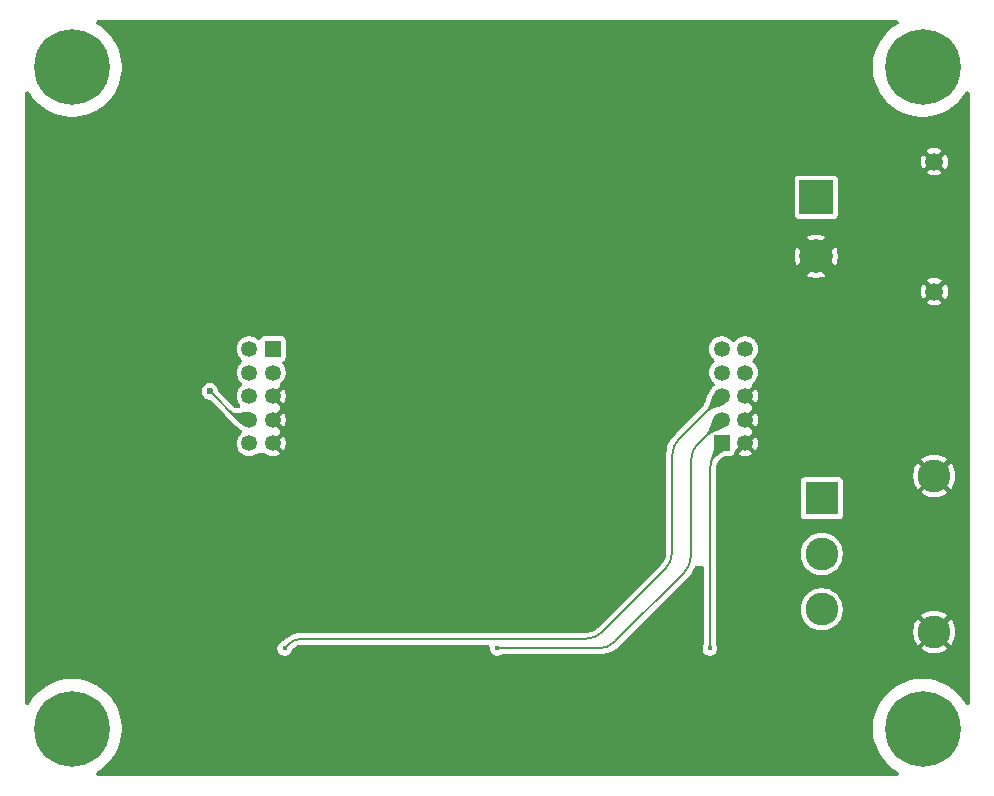
<source format=gbr>
%TF.GenerationSoftware,KiCad,Pcbnew,9.0.6*%
%TF.CreationDate,2026-01-04T20:51:54+00:00*%
%TF.ProjectId,COMET1_PWR_Board,434f4d45-5431-45f5-9057-525f426f6172,rev?*%
%TF.SameCoordinates,Original*%
%TF.FileFunction,Copper,L2,Bot*%
%TF.FilePolarity,Positive*%
%FSLAX46Y46*%
G04 Gerber Fmt 4.6, Leading zero omitted, Abs format (unit mm)*
G04 Created by KiCad (PCBNEW 9.0.6) date 2026-01-04 20:51:54*
%MOMM*%
%LPD*%
G01*
G04 APERTURE LIST*
%TA.AperFunction,ComponentPad*%
%ADD10C,1.350000*%
%TD*%
%TA.AperFunction,ComponentPad*%
%ADD11R,1.350000X1.350000*%
%TD*%
%TA.AperFunction,ComponentPad*%
%ADD12C,0.800000*%
%TD*%
%TA.AperFunction,ComponentPad*%
%ADD13C,6.400000*%
%TD*%
%TA.AperFunction,ComponentPad*%
%ADD14C,2.775000*%
%TD*%
%TA.AperFunction,ComponentPad*%
%ADD15R,2.775000X2.775000*%
%TD*%
%TA.AperFunction,ComponentPad*%
%ADD16C,1.500000*%
%TD*%
%TA.AperFunction,ComponentPad*%
%ADD17C,2.850000*%
%TD*%
%TA.AperFunction,ComponentPad*%
%ADD18R,2.850000X2.850000*%
%TD*%
%TA.AperFunction,ViaPad*%
%ADD19C,0.600000*%
%TD*%
%TA.AperFunction,ViaPad*%
%ADD20C,0.450000*%
%TD*%
%TA.AperFunction,Conductor*%
%ADD21C,0.200000*%
%TD*%
G04 APERTURE END LIST*
D10*
%TO.P,J6,10,10*%
%TO.N,+3V3*%
X168500000Y-100850000D03*
%TO.P,J6,9,9*%
X166500000Y-100850000D03*
%TO.P,J6,8,8*%
X168500000Y-102850000D03*
%TO.P,J6,7,7*%
%TO.N,/Power Board Schematic/VBAT_sense*%
X166500000Y-102850000D03*
%TO.P,J6,6,6*%
%TO.N,GND*%
X168500000Y-104850000D03*
%TO.P,J6,5,5*%
%TO.N,/Power Board Schematic/Servo1_PWM*%
X166500000Y-104850000D03*
%TO.P,J6,4,4*%
%TO.N,GND*%
X168500000Y-106850000D03*
%TO.P,J6,3,3*%
%TO.N,/Power Board Schematic/Servo2_PWM*%
X166500000Y-106850000D03*
%TO.P,J6,2,2*%
%TO.N,GND*%
X168500000Y-108850000D03*
D11*
%TO.P,J6,1,1*%
%TO.N,/Power Board Schematic/Servo3_PWM*%
X166500000Y-108850000D03*
%TD*%
D12*
%TO.P,MH3,1,1*%
%TO.N,unconnected-(MH3-Pad1)_2*%
X185900000Y-77000000D03*
%TO.N,unconnected-(MH3-Pad1)*%
X185197056Y-78697056D03*
%TO.N,unconnected-(MH3-Pad1)_6*%
X185197056Y-75302944D03*
%TO.N,unconnected-(MH3-Pad1)_4*%
X183500000Y-79400000D03*
D13*
%TO.N,unconnected-(MH3-Pad1)_1*%
X183500000Y-77000000D03*
D12*
%TO.N,unconnected-(MH3-Pad1)_5*%
X183500000Y-74600000D03*
%TO.N,unconnected-(MH3-Pad1)_3*%
X181802944Y-78697056D03*
%TO.N,unconnected-(MH3-Pad1)_8*%
X181802944Y-75302944D03*
%TO.N,unconnected-(MH3-Pad1)_7*%
X181100000Y-77000000D03*
%TD*%
D14*
%TO.P,S1,MH2,MH2*%
%TO.N,GND*%
X184499000Y-124805500D03*
%TO.P,S1,MH1,MH1*%
X184499000Y-111595500D03*
%TO.P,S1,3,NO*%
%TO.N,/Power Board Schematic/BAT_CONN_OUT*%
X174969000Y-122900500D03*
%TO.P,S1,2,COM*%
%TO.N,/Power Board Schematic/BAT_CONN_IN*%
X174969000Y-118200500D03*
D15*
%TO.P,S1,1,NC*%
%TO.N,unconnected-(S1-NC-Pad1)*%
X174969000Y-113500500D03*
%TD*%
D12*
%TO.P,MH2,1,1*%
%TO.N,unconnected-(MH2-Pad1)_2*%
X113900000Y-133000000D03*
%TO.N,unconnected-(MH2-Pad1)_5*%
X113197056Y-134697056D03*
%TO.N,unconnected-(MH2-Pad1)*%
X113197056Y-131302944D03*
%TO.N,unconnected-(MH2-Pad1)_8*%
X111500000Y-135400000D03*
D13*
%TO.N,unconnected-(MH2-Pad1)_6*%
X111500000Y-133000000D03*
D12*
%TO.N,unconnected-(MH2-Pad1)_3*%
X111500000Y-130600000D03*
%TO.N,unconnected-(MH2-Pad1)_1*%
X109802944Y-134697056D03*
%TO.N,unconnected-(MH2-Pad1)_4*%
X109802944Y-131302944D03*
%TO.N,unconnected-(MH2-Pad1)_7*%
X109100000Y-133000000D03*
%TD*%
D16*
%TO.P,J1,4,MH_2*%
%TO.N,GND*%
X184500000Y-96000000D03*
%TO.P,J1,3,MH_1*%
X184500000Y-85000000D03*
D17*
%TO.P,J1,2,2*%
X174500000Y-93000000D03*
D18*
%TO.P,J1,1,1*%
%TO.N,/Power Board Schematic/BAT_CONN_IN*%
X174500000Y-88000000D03*
%TD*%
D12*
%TO.P,MH4,1,1*%
%TO.N,unconnected-(MH4-Pad1)_7*%
X185900000Y-133000000D03*
%TO.N,unconnected-(MH4-Pad1)_3*%
X185197056Y-134697056D03*
%TO.N,unconnected-(MH4-Pad1)_2*%
X185197056Y-131302944D03*
%TO.N,unconnected-(MH4-Pad1)*%
X183500000Y-135400000D03*
D13*
%TO.N,unconnected-(MH4-Pad1)_6*%
X183500000Y-133000000D03*
D12*
%TO.N,unconnected-(MH4-Pad1)_8*%
X183500000Y-130600000D03*
%TO.N,unconnected-(MH4-Pad1)_1*%
X181802944Y-134697056D03*
%TO.N,unconnected-(MH4-Pad1)_4*%
X181802944Y-131302944D03*
%TO.N,unconnected-(MH4-Pad1)_5*%
X181100000Y-133000000D03*
%TD*%
D10*
%TO.P,J7,10,10*%
%TO.N,/Power Board Schematic/PYRO_IN*%
X126500000Y-108850000D03*
%TO.P,J7,9,9*%
%TO.N,GND*%
X128500000Y-108850000D03*
%TO.P,J7,8,8*%
%TO.N,/Power Board Schematic/PYRO_ST1*%
X126500000Y-106850000D03*
%TO.P,J7,7,7*%
%TO.N,GND*%
X128500000Y-106850000D03*
%TO.P,J7,6,6*%
%TO.N,/Power Board Schematic/PYRO_ST2*%
X126500000Y-104850000D03*
%TO.P,J7,5,5*%
%TO.N,GND*%
X128500000Y-104850000D03*
%TO.P,J7,4,4*%
%TO.N,+3V3*%
X126500000Y-102850000D03*
%TO.P,J7,3,3*%
X128500000Y-102850000D03*
%TO.P,J7,2,2*%
X126500000Y-100850000D03*
D11*
%TO.P,J7,1,1*%
X128500000Y-100850000D03*
%TD*%
D12*
%TO.P,MH1,1,1*%
%TO.N,unconnected-(MH1-Pad1)_6*%
X113900000Y-77000000D03*
%TO.N,unconnected-(MH1-Pad1)_2*%
X113197056Y-78697056D03*
%TO.N,unconnected-(MH1-Pad1)*%
X113197056Y-75302944D03*
%TO.N,unconnected-(MH1-Pad1)_3*%
X111500000Y-79400000D03*
D13*
%TO.N,unconnected-(MH1-Pad1)_7*%
X111500000Y-77000000D03*
D12*
%TO.N,unconnected-(MH1-Pad1)_1*%
X111500000Y-74600000D03*
%TO.N,unconnected-(MH1-Pad1)_5*%
X109802944Y-78697056D03*
%TO.N,unconnected-(MH1-Pad1)_8*%
X109802944Y-75302944D03*
%TO.N,unconnected-(MH1-Pad1)_4*%
X109100000Y-77000000D03*
%TD*%
D19*
%TO.N,GND*%
X142200000Y-116500000D03*
D20*
%TO.N,/Power Board Schematic/Servo3_PWM*%
X165500000Y-126200000D03*
D19*
%TO.N,/Power Board Schematic/PYRO_ST1*%
X123175000Y-104450000D03*
D20*
%TO.N,/Power Board Schematic/Servo2_PWM*%
X147500000Y-126200000D03*
D19*
%TO.N,GND*%
X139900000Y-116500000D03*
X113100000Y-110500000D03*
X130300000Y-115550000D03*
X158700000Y-109500000D03*
X138700000Y-119500000D03*
X159400000Y-115500000D03*
X143400000Y-117500000D03*
X108600000Y-106600000D03*
X169100000Y-128800000D03*
X157000000Y-115500000D03*
X161100000Y-117500000D03*
X148800000Y-116400000D03*
X156900000Y-101000000D03*
X150200000Y-100700000D03*
X132800000Y-117500000D03*
X143400000Y-115500000D03*
X132900000Y-128800000D03*
X141000000Y-113900000D03*
X165100000Y-97800000D03*
X159400000Y-117500000D03*
X157000000Y-97800000D03*
X158200000Y-116500000D03*
X137000000Y-121200000D03*
X144900000Y-121200000D03*
X157000000Y-119500000D03*
X146200000Y-115500000D03*
X157000000Y-121300000D03*
X137000000Y-117500000D03*
X153300000Y-114100000D03*
X159400000Y-119500000D03*
X144900000Y-117500000D03*
X139900000Y-118600000D03*
X152900000Y-117500000D03*
X138700000Y-117500000D03*
X120500000Y-107800000D03*
X137300000Y-114100000D03*
X124200000Y-107800000D03*
X164300000Y-120700000D03*
X155900000Y-118600000D03*
X154700000Y-115500000D03*
X116500000Y-114200000D03*
X132800000Y-115550000D03*
X152900000Y-121300000D03*
X141000000Y-119500000D03*
X147000000Y-76700000D03*
X141000000Y-115500000D03*
X157000000Y-113700000D03*
X138700000Y-115500000D03*
X164300000Y-124800000D03*
X155900000Y-116500000D03*
X165100000Y-100100000D03*
X143400000Y-119500000D03*
X111100000Y-104000000D03*
X154700000Y-119500000D03*
X144900000Y-113900000D03*
X142200000Y-118600000D03*
X162300000Y-122600000D03*
X141000000Y-121200000D03*
D20*
%TO.N,/Power Board Schematic/Servo1_PWM*%
X129500000Y-126200000D03*
D19*
%TO.N,GND*%
X154700000Y-117500000D03*
X158200000Y-118600000D03*
X160600000Y-97800000D03*
X175136904Y-108751750D03*
X151136904Y-84751750D03*
X155136904Y-108751750D03*
X147136904Y-108751750D03*
X155136904Y-92751750D03*
X143136904Y-76751750D03*
X147136904Y-92751750D03*
X147136904Y-132751750D03*
X151136904Y-104751750D03*
X155136904Y-84751750D03*
X131136904Y-84751750D03*
X183136904Y-104751750D03*
X111136904Y-96751750D03*
X171136904Y-80751750D03*
X183136904Y-100751750D03*
X175136904Y-132751750D03*
X171136904Y-128751750D03*
X147136904Y-80751750D03*
X171136904Y-92751750D03*
X151136904Y-76751750D03*
X131136904Y-100751750D03*
X135136904Y-128751750D03*
X131136904Y-76751750D03*
X131136904Y-80751750D03*
X115136904Y-100751750D03*
X155136904Y-88751750D03*
X111136904Y-100751750D03*
X163136904Y-104751750D03*
X115136904Y-96751750D03*
X159136904Y-132751750D03*
X115136904Y-124751750D03*
X135136904Y-80751750D03*
X167136904Y-132751750D03*
X143136904Y-84751750D03*
X115136904Y-92751750D03*
X159136904Y-128751750D03*
X139136904Y-84751750D03*
X159136904Y-84751750D03*
X143136904Y-80751750D03*
X183136904Y-116751750D03*
X143136904Y-108751750D03*
X171136904Y-84751750D03*
X151136904Y-108751750D03*
X179136904Y-80751750D03*
X175136904Y-128751750D03*
X183136904Y-88751750D03*
X155136904Y-80751750D03*
X143136904Y-104751750D03*
X131136904Y-132751750D03*
X119136904Y-100751750D03*
X143136904Y-128751750D03*
X119136904Y-88751750D03*
X135136904Y-100751750D03*
X111136904Y-124751750D03*
X143136904Y-88751750D03*
X119136904Y-96751750D03*
X171136904Y-104751750D03*
X167136904Y-84751750D03*
X143136904Y-100751750D03*
X127136904Y-132751750D03*
X119136904Y-76751750D03*
X175136904Y-80751750D03*
X127136904Y-92751750D03*
X159136904Y-76751750D03*
X167136904Y-88751750D03*
X183136904Y-108751750D03*
X151136904Y-128751750D03*
X139136904Y-92751750D03*
X183136904Y-92751750D03*
X127136904Y-120751750D03*
X159136904Y-88751750D03*
X123136904Y-116751750D03*
X123136904Y-100751750D03*
X167136904Y-124751750D03*
X155136904Y-76751750D03*
X135136904Y-108751750D03*
X131136904Y-88751750D03*
X131136904Y-108751750D03*
X135136904Y-76751750D03*
X139136904Y-100751750D03*
X127136904Y-116751750D03*
X123136904Y-92751750D03*
X163136904Y-84751750D03*
X119136904Y-132751750D03*
X155136904Y-128751750D03*
X119136904Y-124751750D03*
X111136904Y-84751750D03*
X127136904Y-76751750D03*
X115136904Y-84751750D03*
X111136904Y-92751750D03*
X151136904Y-80751750D03*
X123136904Y-80751750D03*
X123136904Y-120751750D03*
X115136904Y-88751750D03*
X127136904Y-88751750D03*
X139136904Y-104751750D03*
X163136904Y-88751750D03*
X111136904Y-88751750D03*
X127136904Y-80751750D03*
X155136904Y-132751750D03*
X123136904Y-124751750D03*
X127136904Y-84751750D03*
X175136904Y-104751750D03*
X135136904Y-104751750D03*
X163136904Y-80751750D03*
X123136904Y-84751750D03*
X135136904Y-92751750D03*
X151136904Y-88751750D03*
X135136904Y-88751750D03*
X135136904Y-84751750D03*
X167136904Y-92751750D03*
X147136904Y-100751750D03*
X159136904Y-92751750D03*
X131136904Y-104751750D03*
X123136904Y-128751750D03*
X139136904Y-132751750D03*
X175136904Y-100751750D03*
X167136904Y-76751750D03*
X139136904Y-76751750D03*
X171136904Y-108751750D03*
X139136904Y-128751750D03*
X183136904Y-120751750D03*
X163136904Y-132751750D03*
X167136904Y-80751750D03*
X123136904Y-76751750D03*
X115136904Y-120751750D03*
X175136904Y-84751750D03*
X147136904Y-88751750D03*
X139136904Y-88751750D03*
X163136904Y-92751750D03*
X119136904Y-80751750D03*
X175136904Y-76751750D03*
X123136904Y-96751750D03*
X147136904Y-104751750D03*
X123136904Y-88751750D03*
X131136904Y-92751750D03*
X147136904Y-84751750D03*
X179136904Y-128751750D03*
X179136904Y-84751750D03*
X159136904Y-80751750D03*
X171136904Y-88751750D03*
X119136904Y-128751750D03*
X171136904Y-76751750D03*
X139136904Y-80751750D03*
X119136904Y-92751750D03*
X143136904Y-92751750D03*
X119136904Y-84751750D03*
X115136904Y-80751750D03*
X175136904Y-96751750D03*
X179136904Y-124751750D03*
X163136904Y-76751750D03*
X123136904Y-132751750D03*
X139136904Y-108751750D03*
%TD*%
D21*
%TO.N,/Power Board Schematic/Servo2_PWM*%
X163900000Y-118371573D02*
X163900000Y-110278427D01*
X164485787Y-108864213D02*
X166500000Y-106850000D01*
%TO.N,/Power Board Schematic/PYRO_ST1*%
X125975000Y-106850000D02*
X126500000Y-106850000D01*
%TO.N,/Power Board Schematic/Servo2_PWM*%
X147500000Y-126200000D02*
X156071573Y-126200000D01*
%TO.N,/Power Board Schematic/PYRO_ST1*%
X125575000Y-106850000D02*
X126500000Y-106850000D01*
%TO.N,/Power Board Schematic/Servo3_PWM*%
X165500000Y-111264154D02*
X165500000Y-126200000D01*
%TO.N,/Power Board Schematic/Servo2_PWM*%
X157485787Y-125614213D02*
X163314214Y-119785786D01*
%TO.N,/Power Board Schematic/PYRO_ST1*%
X123175000Y-104450000D02*
X125575000Y-106850000D01*
%TO.N,/Power Board Schematic/Servo1_PWM*%
X162885787Y-108464213D02*
G75*
G03*
X162300019Y-109878427I1414213J-1414187D01*
G01*
%TO.N,/Power Board Schematic/Servo3_PWM*%
X166500000Y-108850000D02*
G75*
G03*
X165499976Y-111264154I2414100J-2414200D01*
G01*
%TO.N,/Power Board Schematic/Servo2_PWM*%
X164485787Y-108864213D02*
G75*
G03*
X163900019Y-110278427I1414213J-1414187D01*
G01*
X163314214Y-119785786D02*
G75*
G03*
X163899981Y-118371573I-1414214J1414186D01*
G01*
X156071573Y-126200000D02*
G75*
G03*
X157485801Y-125614227I27J2000000D01*
G01*
%TO.N,/Power Board Schematic/Servo1_PWM*%
X161714214Y-119485786D02*
G75*
G03*
X162299981Y-118071573I-1414214J1414186D01*
G01*
X154971573Y-125400000D02*
G75*
G03*
X156385801Y-124814227I27J2000000D01*
G01*
X129900000Y-125800000D02*
G75*
G02*
X130865685Y-125399994I965700J-965700D01*
G01*
X162300000Y-118071573D02*
X162300000Y-109878427D01*
X130865685Y-125400000D02*
X154971573Y-125400000D01*
X129500000Y-126200000D02*
X129900000Y-125800000D01*
X156385787Y-124814213D02*
X161714214Y-119485786D01*
X162885787Y-108464213D02*
X166500000Y-104850000D01*
%TD*%
%TA.AperFunction,Conductor*%
%TO.N,GND*%
G36*
X181363676Y-73020207D02*
G01*
X181432917Y-73075426D01*
X181471344Y-73155218D01*
X181471344Y-73243782D01*
X181432917Y-73323574D01*
X181371143Y-73375000D01*
X181337907Y-73392766D01*
X181337894Y-73392773D01*
X180994747Y-73622058D01*
X180994738Y-73622064D01*
X180675717Y-73883878D01*
X180675698Y-73883895D01*
X180383895Y-74175698D01*
X180383878Y-74175717D01*
X180122064Y-74494738D01*
X180122058Y-74494747D01*
X179892770Y-74837898D01*
X179698212Y-75201889D01*
X179540279Y-75583173D01*
X179540272Y-75583191D01*
X179420473Y-75978118D01*
X179420468Y-75978140D01*
X179339953Y-76382912D01*
X179299500Y-76793638D01*
X179299500Y-77206361D01*
X179339953Y-77617087D01*
X179420468Y-78021859D01*
X179420473Y-78021881D01*
X179540272Y-78416808D01*
X179540279Y-78416826D01*
X179698212Y-78798110D01*
X179892770Y-79162101D01*
X180045972Y-79391383D01*
X180122058Y-79505253D01*
X180122061Y-79505257D01*
X180122064Y-79505261D01*
X180296606Y-79717941D01*
X180383881Y-79824286D01*
X180383886Y-79824291D01*
X180383895Y-79824301D01*
X180675698Y-80116104D01*
X180675707Y-80116112D01*
X180675714Y-80116119D01*
X180994747Y-80377942D01*
X181165163Y-80491810D01*
X181337898Y-80607229D01*
X181337905Y-80607233D01*
X181337907Y-80607234D01*
X181701889Y-80801787D01*
X182083187Y-80959726D01*
X182478131Y-81079530D01*
X182882915Y-81160047D01*
X183293643Y-81200500D01*
X183293645Y-81200500D01*
X183706355Y-81200500D01*
X183706357Y-81200500D01*
X184117085Y-81160047D01*
X184521869Y-81079530D01*
X184916813Y-80959726D01*
X185298111Y-80801787D01*
X185662093Y-80607234D01*
X185662098Y-80607230D01*
X185662101Y-80607229D01*
X185720967Y-80567895D01*
X186005253Y-80377942D01*
X186324286Y-80116119D01*
X186616119Y-79824286D01*
X186877942Y-79505253D01*
X187107234Y-79162093D01*
X187124999Y-79128856D01*
X187183079Y-79062001D01*
X187264417Y-79026965D01*
X187352902Y-79030689D01*
X187431008Y-79072438D01*
X187483266Y-79143940D01*
X187499500Y-79222666D01*
X187499500Y-130777333D01*
X187479793Y-130863676D01*
X187424574Y-130932917D01*
X187344782Y-130971344D01*
X187256218Y-130971344D01*
X187176426Y-130932917D01*
X187124999Y-130871143D01*
X187107234Y-130837907D01*
X187107228Y-130837898D01*
X187107226Y-130837894D01*
X187013909Y-130698236D01*
X186877942Y-130494747D01*
X186616119Y-130175714D01*
X186616112Y-130175707D01*
X186616104Y-130175698D01*
X186324301Y-129883895D01*
X186324291Y-129883886D01*
X186324286Y-129883881D01*
X186217941Y-129796606D01*
X186005261Y-129622064D01*
X186005257Y-129622061D01*
X186005253Y-129622058D01*
X185891383Y-129545972D01*
X185662101Y-129392770D01*
X185298110Y-129198212D01*
X184916826Y-129040279D01*
X184916808Y-129040272D01*
X184521881Y-128920473D01*
X184521872Y-128920471D01*
X184521869Y-128920470D01*
X184521859Y-128920468D01*
X184117087Y-128839953D01*
X183706361Y-128799500D01*
X183706357Y-128799500D01*
X183293643Y-128799500D01*
X183293638Y-128799500D01*
X182882912Y-128839953D01*
X182478140Y-128920468D01*
X182478118Y-128920473D01*
X182083191Y-129040272D01*
X182083173Y-129040279D01*
X181701889Y-129198212D01*
X181337898Y-129392770D01*
X180994747Y-129622058D01*
X180994738Y-129622064D01*
X180675717Y-129883878D01*
X180675698Y-129883895D01*
X180383895Y-130175698D01*
X180383878Y-130175717D01*
X180122064Y-130494738D01*
X180122058Y-130494747D01*
X179892770Y-130837898D01*
X179698212Y-131201889D01*
X179540279Y-131583173D01*
X179540272Y-131583191D01*
X179420473Y-131978118D01*
X179420468Y-131978140D01*
X179339953Y-132382912D01*
X179299500Y-132793638D01*
X179299500Y-133206361D01*
X179339953Y-133617087D01*
X179420468Y-134021859D01*
X179420473Y-134021881D01*
X179540272Y-134416808D01*
X179540279Y-134416826D01*
X179698212Y-134798110D01*
X179892770Y-135162101D01*
X180045972Y-135391383D01*
X180122058Y-135505253D01*
X180122061Y-135505257D01*
X180122064Y-135505261D01*
X180129323Y-135514106D01*
X180383881Y-135824286D01*
X180383886Y-135824291D01*
X180383895Y-135824301D01*
X180675698Y-136116104D01*
X180675707Y-136116112D01*
X180675714Y-136116119D01*
X180849509Y-136258749D01*
X180943970Y-136336271D01*
X180994747Y-136377942D01*
X181198236Y-136513909D01*
X181337894Y-136607226D01*
X181337899Y-136607228D01*
X181337907Y-136607234D01*
X181371143Y-136624999D01*
X181438000Y-136683081D01*
X181473035Y-136764420D01*
X181469309Y-136852905D01*
X181427560Y-136931010D01*
X181356056Y-136983267D01*
X181277333Y-136999500D01*
X113722667Y-136999500D01*
X113636324Y-136979793D01*
X113567083Y-136924574D01*
X113528656Y-136844782D01*
X113528656Y-136756218D01*
X113567083Y-136676426D01*
X113628856Y-136624999D01*
X113662093Y-136607234D01*
X114005253Y-136377942D01*
X114324286Y-136116119D01*
X114616119Y-135824286D01*
X114877942Y-135505253D01*
X115107234Y-135162093D01*
X115301787Y-134798111D01*
X115459726Y-134416813D01*
X115579530Y-134021869D01*
X115660047Y-133617085D01*
X115700500Y-133206357D01*
X115700500Y-132793643D01*
X115660047Y-132382915D01*
X115579530Y-131978131D01*
X115459726Y-131583187D01*
X115301787Y-131201889D01*
X115107234Y-130837907D01*
X115107233Y-130837905D01*
X115107229Y-130837898D01*
X114991810Y-130665163D01*
X114877942Y-130494747D01*
X114616119Y-130175714D01*
X114616112Y-130175707D01*
X114616104Y-130175698D01*
X114324301Y-129883895D01*
X114324291Y-129883886D01*
X114324286Y-129883881D01*
X114217941Y-129796606D01*
X114005261Y-129622064D01*
X114005257Y-129622061D01*
X114005253Y-129622058D01*
X113891383Y-129545972D01*
X113662101Y-129392770D01*
X113298110Y-129198212D01*
X112916826Y-129040279D01*
X112916808Y-129040272D01*
X112521881Y-128920473D01*
X112521872Y-128920471D01*
X112521869Y-128920470D01*
X112521859Y-128920468D01*
X112117087Y-128839953D01*
X111706361Y-128799500D01*
X111706357Y-128799500D01*
X111293643Y-128799500D01*
X111293638Y-128799500D01*
X110882912Y-128839953D01*
X110478140Y-128920468D01*
X110478118Y-128920473D01*
X110083191Y-129040272D01*
X110083173Y-129040279D01*
X109701889Y-129198212D01*
X109337898Y-129392770D01*
X108994747Y-129622058D01*
X108994738Y-129622064D01*
X108675717Y-129883878D01*
X108675698Y-129883895D01*
X108383895Y-130175698D01*
X108383878Y-130175717D01*
X108122064Y-130494738D01*
X108122058Y-130494747D01*
X107892773Y-130837894D01*
X107892766Y-130837906D01*
X107892766Y-130837907D01*
X107875000Y-130871143D01*
X107816919Y-130938000D01*
X107735580Y-130973035D01*
X107647095Y-130969309D01*
X107568990Y-130927560D01*
X107516733Y-130856056D01*
X107500500Y-130777333D01*
X107500500Y-126138390D01*
X128874500Y-126138390D01*
X128874500Y-126261609D01*
X128898536Y-126382449D01*
X128898537Y-126382451D01*
X128945687Y-126496282D01*
X128945689Y-126496287D01*
X128957387Y-126513794D01*
X129014142Y-126598733D01*
X129101267Y-126685858D01*
X129126105Y-126702454D01*
X129203712Y-126754310D01*
X129203713Y-126754310D01*
X129203714Y-126754311D01*
X129317548Y-126801463D01*
X129365886Y-126811077D01*
X129438391Y-126825500D01*
X129438394Y-126825500D01*
X129561609Y-126825500D01*
X129622029Y-126813481D01*
X129682452Y-126801463D01*
X129796286Y-126754311D01*
X129898733Y-126685858D01*
X129985858Y-126598733D01*
X130054311Y-126496286D01*
X130101463Y-126382452D01*
X130108581Y-126346662D01*
X130114344Y-126333782D01*
X130115925Y-126319757D01*
X130132232Y-126293804D01*
X130144751Y-126265826D01*
X130163044Y-126244769D01*
X130204652Y-126203162D01*
X130248382Y-126159432D01*
X130259841Y-126148838D01*
X130345236Y-126075904D01*
X130370495Y-126057553D01*
X130381441Y-126050844D01*
X130459560Y-126002973D01*
X130487353Y-125988811D01*
X130583873Y-125948830D01*
X130613544Y-125939189D01*
X130715131Y-125914799D01*
X130745938Y-125909919D01*
X130857836Y-125901112D01*
X130873428Y-125900500D01*
X146679337Y-125900500D01*
X146765680Y-125920207D01*
X146834921Y-125975426D01*
X146873348Y-126055218D01*
X146874377Y-126128554D01*
X146875458Y-126128661D01*
X146874514Y-126138247D01*
X146874515Y-126138313D01*
X146874500Y-126138386D01*
X146874500Y-126261609D01*
X146898536Y-126382449D01*
X146898537Y-126382451D01*
X146945687Y-126496282D01*
X146945689Y-126496287D01*
X146957387Y-126513794D01*
X147014142Y-126598733D01*
X147101267Y-126685858D01*
X147126105Y-126702454D01*
X147203712Y-126754310D01*
X147203713Y-126754310D01*
X147203714Y-126754311D01*
X147317548Y-126801463D01*
X147365886Y-126811077D01*
X147438391Y-126825500D01*
X147438394Y-126825500D01*
X147561609Y-126825500D01*
X147622029Y-126813481D01*
X147682452Y-126801463D01*
X147796286Y-126754311D01*
X147826627Y-126734038D01*
X147909367Y-126702454D01*
X147937186Y-126700500D01*
X156151010Y-126700500D01*
X156151289Y-126700480D01*
X156211991Y-126700482D01*
X156491075Y-126669040D01*
X156491082Y-126669038D01*
X156491086Y-126669038D01*
X156764877Y-126606551D01*
X156764881Y-126606549D01*
X156764884Y-126606549D01*
X157029974Y-126513793D01*
X157283012Y-126391940D01*
X157520815Y-126242522D01*
X157740394Y-126067417D01*
X157793096Y-126014715D01*
X157793101Y-126014713D01*
X157839691Y-125968123D01*
X157886284Y-125921531D01*
X157886284Y-125921530D01*
X157902660Y-125905155D01*
X157902667Y-125905145D01*
X163606374Y-120201439D01*
X163609887Y-120197929D01*
X163609956Y-120197885D01*
X163668137Y-120139702D01*
X163668138Y-120139703D01*
X163767433Y-120040406D01*
X163942539Y-119820826D01*
X164091958Y-119583020D01*
X164213812Y-119329981D01*
X164213814Y-119329974D01*
X164215946Y-119324828D01*
X164217550Y-119325492D01*
X164259773Y-119258291D01*
X164334759Y-119211170D01*
X164400492Y-119200000D01*
X164800500Y-119200000D01*
X164886843Y-119219707D01*
X164956084Y-119274926D01*
X164994511Y-119354718D01*
X164999500Y-119399000D01*
X164999500Y-125762813D01*
X164979793Y-125849156D01*
X164965963Y-125873370D01*
X164945692Y-125903708D01*
X164945688Y-125903715D01*
X164898537Y-126017548D01*
X164898536Y-126017550D01*
X164874500Y-126138390D01*
X164874500Y-126261609D01*
X164898536Y-126382449D01*
X164898537Y-126382451D01*
X164945687Y-126496282D01*
X164945689Y-126496287D01*
X164957387Y-126513794D01*
X165014142Y-126598733D01*
X165101267Y-126685858D01*
X165126105Y-126702454D01*
X165203712Y-126754310D01*
X165203713Y-126754310D01*
X165203714Y-126754311D01*
X165317548Y-126801463D01*
X165365886Y-126811077D01*
X165438391Y-126825500D01*
X165438394Y-126825500D01*
X165561609Y-126825500D01*
X165622029Y-126813481D01*
X165682452Y-126801463D01*
X165796286Y-126754311D01*
X165898733Y-126685858D01*
X165985858Y-126598733D01*
X166054311Y-126496286D01*
X166101463Y-126382452D01*
X166113933Y-126319757D01*
X166125500Y-126261609D01*
X166125500Y-126160106D01*
X166125500Y-126138394D01*
X166101463Y-126017548D01*
X166054311Y-125903714D01*
X166019678Y-125851882D01*
X166011284Y-125827433D01*
X166009258Y-125808457D01*
X166002454Y-125790630D01*
X166000500Y-125762813D01*
X166000500Y-122783303D01*
X173181000Y-122783303D01*
X173181000Y-123017696D01*
X173211593Y-123250064D01*
X173211594Y-123250072D01*
X173260687Y-123433288D01*
X173272257Y-123476467D01*
X173361951Y-123693009D01*
X173361952Y-123693010D01*
X173479139Y-123895986D01*
X173621828Y-124081943D01*
X173787556Y-124247671D01*
X173973513Y-124390360D01*
X174064778Y-124443051D01*
X174176491Y-124507549D01*
X174393033Y-124597243D01*
X174619430Y-124657906D01*
X174851804Y-124688499D01*
X174851806Y-124688500D01*
X174851808Y-124688500D01*
X175086194Y-124688500D01*
X175086194Y-124688499D01*
X175087455Y-124688333D01*
X182711500Y-124688333D01*
X182711500Y-124922666D01*
X182742084Y-125154967D01*
X182802730Y-125381303D01*
X182892398Y-125597782D01*
X182892399Y-125597784D01*
X183009557Y-125800709D01*
X183009560Y-125800715D01*
X183101336Y-125920318D01*
X183101337Y-125920319D01*
X183718820Y-125302835D01*
X183780505Y-125395153D01*
X183909347Y-125523995D01*
X184001662Y-125585678D01*
X183384179Y-126203161D01*
X183503785Y-126294939D01*
X183503790Y-126294942D01*
X183706715Y-126412100D01*
X183706717Y-126412101D01*
X183923196Y-126501769D01*
X184149532Y-126562415D01*
X184381833Y-126592999D01*
X184381839Y-126593000D01*
X184616161Y-126593000D01*
X184616166Y-126592999D01*
X184848467Y-126562415D01*
X185074803Y-126501769D01*
X185291282Y-126412101D01*
X185291284Y-126412100D01*
X185494209Y-126294942D01*
X185494216Y-126294938D01*
X185613818Y-126203162D01*
X185613819Y-126203160D01*
X184996337Y-125585678D01*
X185088653Y-125523995D01*
X185217495Y-125395153D01*
X185279178Y-125302837D01*
X185896660Y-125920319D01*
X185896662Y-125920318D01*
X185988438Y-125800716D01*
X185988442Y-125800709D01*
X186105600Y-125597784D01*
X186105601Y-125597782D01*
X186195269Y-125381303D01*
X186255915Y-125154967D01*
X186286499Y-124922666D01*
X186286500Y-124922661D01*
X186286500Y-124688338D01*
X186286499Y-124688333D01*
X186255915Y-124456032D01*
X186195269Y-124229696D01*
X186105601Y-124013217D01*
X186105600Y-124013215D01*
X185988442Y-123810290D01*
X185988439Y-123810285D01*
X185896661Y-123690680D01*
X185896661Y-123690679D01*
X185279178Y-124308162D01*
X185217495Y-124215847D01*
X185088653Y-124087005D01*
X184996336Y-124025320D01*
X185613819Y-123407837D01*
X185613818Y-123407836D01*
X185494215Y-123316060D01*
X185494209Y-123316057D01*
X185291284Y-123198899D01*
X185291282Y-123198898D01*
X185074803Y-123109230D01*
X184848467Y-123048584D01*
X184616166Y-123018000D01*
X184381833Y-123018000D01*
X184149532Y-123048584D01*
X183923196Y-123109230D01*
X183706717Y-123198898D01*
X183706715Y-123198899D01*
X183503792Y-123316055D01*
X183384180Y-123407837D01*
X184001663Y-124025320D01*
X183909347Y-124087005D01*
X183780505Y-124215847D01*
X183718820Y-124308163D01*
X183101337Y-123690680D01*
X183009555Y-123810292D01*
X182892399Y-124013215D01*
X182892398Y-124013217D01*
X182802730Y-124229696D01*
X182742084Y-124456032D01*
X182711500Y-124688333D01*
X175087455Y-124688333D01*
X175318570Y-124657906D01*
X175544967Y-124597243D01*
X175761509Y-124507549D01*
X175964491Y-124390357D01*
X176150440Y-124247674D01*
X176316174Y-124081940D01*
X176458857Y-123895991D01*
X176576049Y-123693009D01*
X176665743Y-123476467D01*
X176726406Y-123250070D01*
X176757000Y-123017692D01*
X176757000Y-122783308D01*
X176726406Y-122550930D01*
X176665743Y-122324533D01*
X176576049Y-122107991D01*
X176511551Y-121996278D01*
X176458860Y-121905013D01*
X176316171Y-121719056D01*
X176150443Y-121553328D01*
X175964486Y-121410639D01*
X175817365Y-121325699D01*
X175761509Y-121293451D01*
X175544967Y-121203757D01*
X175544965Y-121203756D01*
X175544964Y-121203756D01*
X175318572Y-121143094D01*
X175318564Y-121143093D01*
X175086196Y-121112500D01*
X175086192Y-121112500D01*
X174851808Y-121112500D01*
X174851803Y-121112500D01*
X174619435Y-121143093D01*
X174619427Y-121143094D01*
X174393035Y-121203756D01*
X174176493Y-121293450D01*
X174176489Y-121293452D01*
X173973513Y-121410639D01*
X173787556Y-121553328D01*
X173621828Y-121719056D01*
X173479139Y-121905013D01*
X173361952Y-122107989D01*
X173361950Y-122107993D01*
X173272256Y-122324535D01*
X173211594Y-122550927D01*
X173211593Y-122550935D01*
X173181000Y-122783303D01*
X166000500Y-122783303D01*
X166000500Y-118083303D01*
X173181000Y-118083303D01*
X173181000Y-118317696D01*
X173211593Y-118550064D01*
X173211594Y-118550072D01*
X173271069Y-118772033D01*
X173272257Y-118776467D01*
X173361951Y-118993009D01*
X173361952Y-118993010D01*
X173479139Y-119195986D01*
X173621828Y-119381943D01*
X173787556Y-119547671D01*
X173973513Y-119690360D01*
X174060196Y-119740406D01*
X174176491Y-119807549D01*
X174393033Y-119897243D01*
X174619430Y-119957906D01*
X174851804Y-119988499D01*
X174851806Y-119988500D01*
X174851808Y-119988500D01*
X175086194Y-119988500D01*
X175086194Y-119988499D01*
X175318570Y-119957906D01*
X175544967Y-119897243D01*
X175761509Y-119807549D01*
X175949520Y-119699000D01*
X175964486Y-119690360D01*
X175964486Y-119690359D01*
X175964491Y-119690357D01*
X176150440Y-119547674D01*
X176316174Y-119381940D01*
X176458857Y-119195991D01*
X176576049Y-118993009D01*
X176665743Y-118776467D01*
X176726406Y-118550070D01*
X176757000Y-118317692D01*
X176757000Y-118083308D01*
X176726406Y-117850930D01*
X176665743Y-117624533D01*
X176576049Y-117407991D01*
X176511551Y-117296278D01*
X176458860Y-117205013D01*
X176316171Y-117019056D01*
X176150443Y-116853328D01*
X175964486Y-116710639D01*
X175817365Y-116625699D01*
X175761509Y-116593451D01*
X175544967Y-116503757D01*
X175544965Y-116503756D01*
X175544964Y-116503756D01*
X175318572Y-116443094D01*
X175318564Y-116443093D01*
X175086196Y-116412500D01*
X175086192Y-116412500D01*
X174851808Y-116412500D01*
X174851803Y-116412500D01*
X174619435Y-116443093D01*
X174619427Y-116443094D01*
X174393035Y-116503756D01*
X174176493Y-116593450D01*
X174176489Y-116593452D01*
X173973513Y-116710639D01*
X173787556Y-116853328D01*
X173621828Y-117019056D01*
X173479139Y-117205013D01*
X173361952Y-117407989D01*
X173361950Y-117407993D01*
X173272256Y-117624535D01*
X173211594Y-117850927D01*
X173211593Y-117850935D01*
X173181000Y-118083303D01*
X166000500Y-118083303D01*
X166000500Y-112081481D01*
X173181000Y-112081481D01*
X173181000Y-114919518D01*
X173193823Y-115000480D01*
X173195853Y-115013300D01*
X173195854Y-115013303D01*
X173195854Y-115013305D01*
X173253451Y-115126344D01*
X173343157Y-115216050D01*
X173456192Y-115273644D01*
X173456196Y-115273646D01*
X173549981Y-115288500D01*
X176388018Y-115288499D01*
X176481804Y-115273646D01*
X176594842Y-115216050D01*
X176684550Y-115126342D01*
X176742146Y-115013304D01*
X176757000Y-114919519D01*
X176756999Y-112081482D01*
X176742146Y-111987696D01*
X176684550Y-111874658D01*
X176684549Y-111874657D01*
X176684548Y-111874655D01*
X176594842Y-111784949D01*
X176481807Y-111727355D01*
X176481804Y-111727354D01*
X176481802Y-111727353D01*
X176481800Y-111727353D01*
X176416318Y-111716982D01*
X176388019Y-111712500D01*
X176388018Y-111712500D01*
X173549981Y-111712500D01*
X173456196Y-111727354D01*
X173456194Y-111727354D01*
X173343155Y-111784951D01*
X173253449Y-111874657D01*
X173195855Y-111987692D01*
X173195853Y-111987699D01*
X173181000Y-112081481D01*
X166000500Y-112081481D01*
X166000500Y-111478333D01*
X182711500Y-111478333D01*
X182711500Y-111712666D01*
X182742084Y-111944967D01*
X182802730Y-112171303D01*
X182892398Y-112387782D01*
X182892399Y-112387784D01*
X183009557Y-112590709D01*
X183009560Y-112590715D01*
X183101336Y-112710318D01*
X183101337Y-112710319D01*
X183718820Y-112092835D01*
X183780505Y-112185153D01*
X183909347Y-112313995D01*
X184001662Y-112375678D01*
X183384179Y-112993161D01*
X183503785Y-113084939D01*
X183503790Y-113084942D01*
X183706715Y-113202100D01*
X183706717Y-113202101D01*
X183923196Y-113291769D01*
X184149532Y-113352415D01*
X184381833Y-113382999D01*
X184381839Y-113383000D01*
X184616161Y-113383000D01*
X184616166Y-113382999D01*
X184848467Y-113352415D01*
X185074803Y-113291769D01*
X185291282Y-113202101D01*
X185291284Y-113202100D01*
X185494209Y-113084942D01*
X185494216Y-113084938D01*
X185613818Y-112993162D01*
X185613819Y-112993160D01*
X184996337Y-112375678D01*
X185088653Y-112313995D01*
X185217495Y-112185153D01*
X185279178Y-112092837D01*
X185896660Y-112710319D01*
X185896662Y-112710318D01*
X185988438Y-112590716D01*
X185988442Y-112590709D01*
X186105600Y-112387784D01*
X186105601Y-112387782D01*
X186195269Y-112171303D01*
X186255915Y-111944967D01*
X186286499Y-111712666D01*
X186286500Y-111712661D01*
X186286500Y-111478338D01*
X186286499Y-111478333D01*
X186255915Y-111246032D01*
X186195269Y-111019696D01*
X186105601Y-110803217D01*
X186105600Y-110803215D01*
X185988442Y-110600290D01*
X185988439Y-110600285D01*
X185896661Y-110480680D01*
X185896661Y-110480679D01*
X185279178Y-111098162D01*
X185217495Y-111005847D01*
X185088653Y-110877005D01*
X184996336Y-110815320D01*
X185613819Y-110197837D01*
X185613818Y-110197836D01*
X185494215Y-110106060D01*
X185494209Y-110106057D01*
X185291284Y-109988899D01*
X185291282Y-109988898D01*
X185074803Y-109899230D01*
X184848467Y-109838584D01*
X184616166Y-109808000D01*
X184381833Y-109808000D01*
X184149532Y-109838584D01*
X183923196Y-109899230D01*
X183706717Y-109988898D01*
X183706715Y-109988899D01*
X183503792Y-110106055D01*
X183384180Y-110197837D01*
X184001663Y-110815320D01*
X183909347Y-110877005D01*
X183780505Y-111005847D01*
X183718820Y-111098163D01*
X183101337Y-110480680D01*
X183009555Y-110600292D01*
X182892399Y-110803215D01*
X182892398Y-110803217D01*
X182802730Y-111019696D01*
X182742084Y-111246032D01*
X182711500Y-111478333D01*
X166000500Y-111478333D01*
X166000500Y-111269044D01*
X166000740Y-111259277D01*
X166003738Y-111198262D01*
X166014054Y-110988325D01*
X166015964Y-110968931D01*
X166055060Y-110705394D01*
X166058869Y-110686255D01*
X166067333Y-110652465D01*
X166083937Y-110608771D01*
X166134589Y-110511695D01*
X166148614Y-110488747D01*
X166284488Y-110296929D01*
X166295744Y-110282498D01*
X166370638Y-110195101D01*
X166379776Y-110185147D01*
X166463590Y-110099854D01*
X166474513Y-110089552D01*
X166540866Y-110031566D01*
X166554721Y-110020510D01*
X166612297Y-109978630D01*
X166629950Y-109967167D01*
X166653506Y-109953588D01*
X166725414Y-109928900D01*
X166729730Y-109928298D01*
X166736141Y-109927405D01*
X166763615Y-109925499D01*
X167206518Y-109925499D01*
X167300304Y-109910646D01*
X167413342Y-109853050D01*
X167503050Y-109763342D01*
X167560646Y-109650304D01*
X167575500Y-109556519D01*
X167575500Y-109544486D01*
X167583281Y-109519284D01*
X167593106Y-109502275D01*
X167601711Y-109474756D01*
X167632953Y-109434203D01*
X168072804Y-108994352D01*
X168080667Y-109023694D01*
X168139910Y-109126306D01*
X168223694Y-109210090D01*
X168326306Y-109269333D01*
X168355646Y-109277194D01*
X167949017Y-109683823D01*
X167925153Y-109761121D01*
X167936582Y-109769425D01*
X168087336Y-109846238D01*
X168087343Y-109846241D01*
X168248266Y-109898528D01*
X168248277Y-109898531D01*
X168415396Y-109925000D01*
X168584604Y-109925000D01*
X168751722Y-109898531D01*
X168751733Y-109898528D01*
X168912656Y-109846241D01*
X168912657Y-109846240D01*
X169063424Y-109769420D01*
X169105793Y-109738637D01*
X169105793Y-109738636D01*
X168644353Y-109277194D01*
X168673694Y-109269333D01*
X168776306Y-109210090D01*
X168860090Y-109126306D01*
X168919333Y-109023694D01*
X168927195Y-108994352D01*
X169388636Y-109455793D01*
X169388637Y-109455793D01*
X169419420Y-109413424D01*
X169496240Y-109262657D01*
X169496241Y-109262656D01*
X169548528Y-109101733D01*
X169548531Y-109101722D01*
X169575000Y-108934603D01*
X169575000Y-108765396D01*
X169548531Y-108598277D01*
X169548528Y-108598266D01*
X169496241Y-108437343D01*
X169496238Y-108437336D01*
X169419425Y-108286582D01*
X169388636Y-108244205D01*
X168927194Y-108705646D01*
X168919333Y-108676306D01*
X168860090Y-108573694D01*
X168776306Y-108489910D01*
X168673694Y-108430667D01*
X168644352Y-108422804D01*
X169105794Y-107961362D01*
X169099908Y-107886583D01*
X169092275Y-107858919D01*
X169099429Y-107819504D01*
X169105793Y-107738636D01*
X168644352Y-107277195D01*
X168673694Y-107269333D01*
X168776306Y-107210090D01*
X168860090Y-107126306D01*
X168919333Y-107023694D01*
X168927194Y-106994353D01*
X169388636Y-107455793D01*
X169388637Y-107455793D01*
X169419420Y-107413424D01*
X169496240Y-107262657D01*
X169496241Y-107262656D01*
X169548528Y-107101733D01*
X169548531Y-107101722D01*
X169575000Y-106934603D01*
X169575000Y-106765396D01*
X169548531Y-106598277D01*
X169548528Y-106598266D01*
X169496241Y-106437343D01*
X169496238Y-106437336D01*
X169419425Y-106286582D01*
X169388636Y-106244205D01*
X168927194Y-106705646D01*
X168919333Y-106676306D01*
X168860090Y-106573694D01*
X168776306Y-106489910D01*
X168673694Y-106430667D01*
X168644351Y-106422804D01*
X169105794Y-105961362D01*
X169099908Y-105886583D01*
X169092275Y-105858919D01*
X169099429Y-105819504D01*
X169105793Y-105738636D01*
X168644352Y-105277195D01*
X168673694Y-105269333D01*
X168776306Y-105210090D01*
X168860090Y-105126306D01*
X168919333Y-105023694D01*
X168927194Y-104994353D01*
X169388636Y-105455793D01*
X169388637Y-105455793D01*
X169419420Y-105413424D01*
X169496240Y-105262657D01*
X169496241Y-105262656D01*
X169548528Y-105101733D01*
X169548531Y-105101722D01*
X169575000Y-104934603D01*
X169575000Y-104765396D01*
X169548531Y-104598277D01*
X169548528Y-104598266D01*
X169496241Y-104437343D01*
X169496238Y-104437336D01*
X169419425Y-104286582D01*
X169388636Y-104244205D01*
X168927194Y-104705646D01*
X168919333Y-104676306D01*
X168860090Y-104573694D01*
X168776306Y-104489910D01*
X168673694Y-104430667D01*
X168644351Y-104422804D01*
X169105794Y-103961362D01*
X169099773Y-103884860D01*
X169092703Y-103859248D01*
X169108512Y-103772107D01*
X169160564Y-103700455D01*
X169174535Y-103689313D01*
X169200642Y-103670345D01*
X169320343Y-103550644D01*
X169320346Y-103550641D01*
X169419850Y-103413685D01*
X169496705Y-103262849D01*
X169549018Y-103101847D01*
X169575500Y-102934644D01*
X169575500Y-102765356D01*
X169549018Y-102598153D01*
X169496705Y-102437151D01*
X169496703Y-102437147D01*
X169496702Y-102437144D01*
X169419853Y-102286320D01*
X169419851Y-102286317D01*
X169419850Y-102286315D01*
X169320346Y-102149359D01*
X169320345Y-102149358D01*
X169320343Y-102149355D01*
X169200644Y-102029656D01*
X169194276Y-102025030D01*
X169174959Y-102010995D01*
X169116690Y-101944303D01*
X169093128Y-101858932D01*
X169108940Y-101771791D01*
X169160994Y-101700141D01*
X169174953Y-101689009D01*
X169200641Y-101670346D01*
X169320346Y-101550641D01*
X169419850Y-101413685D01*
X169496705Y-101262849D01*
X169549018Y-101101847D01*
X169575500Y-100934644D01*
X169575500Y-100765356D01*
X169549018Y-100598153D01*
X169496705Y-100437151D01*
X169496703Y-100437147D01*
X169496702Y-100437144D01*
X169419853Y-100286320D01*
X169419851Y-100286317D01*
X169419850Y-100286315D01*
X169320346Y-100149359D01*
X169320345Y-100149358D01*
X169320343Y-100149355D01*
X169200644Y-100029656D01*
X169154989Y-99996486D01*
X169063685Y-99930150D01*
X169063683Y-99930149D01*
X169063679Y-99930146D01*
X168912855Y-99853297D01*
X168912844Y-99853293D01*
X168751849Y-99800982D01*
X168751841Y-99800980D01*
X168584644Y-99774500D01*
X168415356Y-99774500D01*
X168248158Y-99800980D01*
X168248150Y-99800982D01*
X168087155Y-99853293D01*
X168087144Y-99853297D01*
X167936320Y-99930146D01*
X167799355Y-100029656D01*
X167679656Y-100149355D01*
X167660995Y-100175041D01*
X167594300Y-100233310D01*
X167508929Y-100256872D01*
X167421789Y-100241058D01*
X167350139Y-100189002D01*
X167339005Y-100175041D01*
X167320343Y-100149355D01*
X167200644Y-100029656D01*
X167154989Y-99996486D01*
X167063685Y-99930150D01*
X167063683Y-99930149D01*
X167063679Y-99930146D01*
X166912855Y-99853297D01*
X166912844Y-99853293D01*
X166751849Y-99800982D01*
X166751841Y-99800980D01*
X166584644Y-99774500D01*
X166415356Y-99774500D01*
X166248158Y-99800980D01*
X166248150Y-99800982D01*
X166087155Y-99853293D01*
X166087144Y-99853297D01*
X165936320Y-99930146D01*
X165799355Y-100029656D01*
X165679656Y-100149355D01*
X165580146Y-100286320D01*
X165503297Y-100437144D01*
X165503293Y-100437155D01*
X165450982Y-100598150D01*
X165450980Y-100598158D01*
X165424500Y-100765356D01*
X165424500Y-100934643D01*
X165450980Y-101101841D01*
X165450982Y-101101849D01*
X165503293Y-101262844D01*
X165503297Y-101262855D01*
X165580146Y-101413679D01*
X165679656Y-101550644D01*
X165799355Y-101670343D01*
X165825041Y-101689005D01*
X165883310Y-101755700D01*
X165906872Y-101841071D01*
X165891058Y-101928211D01*
X165839002Y-101999861D01*
X165825041Y-102010995D01*
X165799355Y-102029656D01*
X165679656Y-102149355D01*
X165580146Y-102286320D01*
X165503297Y-102437144D01*
X165503293Y-102437155D01*
X165450982Y-102598150D01*
X165450980Y-102598158D01*
X165424500Y-102765356D01*
X165424500Y-102934643D01*
X165450980Y-103101841D01*
X165450982Y-103101849D01*
X165503293Y-103262844D01*
X165503297Y-103262855D01*
X165580146Y-103413679D01*
X165679656Y-103550644D01*
X165799355Y-103670343D01*
X165825041Y-103689005D01*
X165883310Y-103755700D01*
X165906872Y-103841071D01*
X165891058Y-103928211D01*
X165853318Y-103986032D01*
X165840367Y-103999859D01*
X165799359Y-104029654D01*
X165679654Y-104149359D01*
X165609938Y-104245314D01*
X165601786Y-104254599D01*
X165601769Y-104254619D01*
X165589516Y-104268578D01*
X165497937Y-104413567D01*
X165492222Y-104422894D01*
X165491904Y-104423430D01*
X165486282Y-104433197D01*
X165407893Y-104573901D01*
X165399688Y-104589409D01*
X165399242Y-104590298D01*
X165391735Y-104606104D01*
X165273413Y-104869755D01*
X165265704Y-104888128D01*
X165265310Y-104889138D01*
X165258484Y-104907949D01*
X165172377Y-105164792D01*
X165172329Y-105164939D01*
X165171764Y-105166635D01*
X165146660Y-105242623D01*
X165114005Y-105341472D01*
X165106429Y-105360916D01*
X165040154Y-105507750D01*
X165029444Y-105528218D01*
X164993776Y-105587703D01*
X164984983Y-105601112D01*
X164927792Y-105681097D01*
X164918844Y-105692686D01*
X164839160Y-105788387D01*
X164830767Y-105797839D01*
X164719862Y-105915027D01*
X164702425Y-105934691D01*
X164697799Y-105941027D01*
X164677807Y-105964377D01*
X162588655Y-108053529D01*
X162588585Y-108053572D01*
X162432572Y-108209588D01*
X162257465Y-108429168D01*
X162257459Y-108429176D01*
X162151289Y-108598150D01*
X162108042Y-108666979D01*
X162060668Y-108765356D01*
X161986188Y-108920018D01*
X161986183Y-108920030D01*
X161893431Y-109185111D01*
X161893429Y-109185117D01*
X161830941Y-109458911D01*
X161830939Y-109458922D01*
X161799910Y-109734350D01*
X161799498Y-109738008D01*
X161799500Y-109846705D01*
X161799500Y-118005684D01*
X161799499Y-118005688D01*
X161799499Y-118022533D01*
X161799499Y-118032511D01*
X161799499Y-118065069D01*
X161799073Y-118078082D01*
X161787526Y-118254288D01*
X161784129Y-118280094D01*
X161750955Y-118446887D01*
X161744218Y-118472033D01*
X161689557Y-118633063D01*
X161679596Y-118657111D01*
X161604381Y-118809637D01*
X161591366Y-118832180D01*
X161496888Y-118973580D01*
X161481041Y-118994233D01*
X161364799Y-119126783D01*
X161355896Y-119136288D01*
X156036503Y-124455682D01*
X156026998Y-124464585D01*
X155894219Y-124581027D01*
X155873567Y-124596873D01*
X155732173Y-124691348D01*
X155709628Y-124704364D01*
X155557108Y-124779575D01*
X155533060Y-124789536D01*
X155372025Y-124844198D01*
X155346881Y-124850935D01*
X155180092Y-124884109D01*
X155154285Y-124887506D01*
X154977773Y-124899073D01*
X154964763Y-124899499D01*
X154934065Y-124899499D01*
X154905688Y-124899499D01*
X154905684Y-124899499D01*
X154893482Y-124899500D01*
X154893481Y-124899499D01*
X154893479Y-124899500D01*
X130948114Y-124899500D01*
X130948083Y-124899493D01*
X130743360Y-124899494D01*
X130500827Y-124931428D01*
X130264531Y-124994744D01*
X130038521Y-125088362D01*
X129826657Y-125210683D01*
X129632590Y-125359597D01*
X129632584Y-125359603D01*
X129592686Y-125399500D01*
X129592685Y-125399501D01*
X129549664Y-125442522D01*
X129455227Y-125536957D01*
X129427925Y-125554111D01*
X129380238Y-125584074D01*
X129353340Y-125591417D01*
X129317548Y-125598536D01*
X129203717Y-125645687D01*
X129203712Y-125645689D01*
X129101271Y-125714139D01*
X129101263Y-125714145D01*
X129014145Y-125801263D01*
X129014139Y-125801271D01*
X128945689Y-125903712D01*
X128945687Y-125903717D01*
X128898537Y-126017548D01*
X128898536Y-126017550D01*
X128874500Y-126138390D01*
X107500500Y-126138390D01*
X107500500Y-104381007D01*
X122474500Y-104381007D01*
X122474500Y-104518992D01*
X122501419Y-104654325D01*
X122501420Y-104654329D01*
X122554222Y-104781806D01*
X122554225Y-104781811D01*
X122630886Y-104896542D01*
X122728458Y-104994114D01*
X122789446Y-105034865D01*
X122843186Y-105070773D01*
X122843193Y-105070777D01*
X122928177Y-105105978D01*
X122970672Y-105123580D01*
X123106007Y-105150500D01*
X123106008Y-105150500D01*
X123115595Y-105152407D01*
X123115245Y-105154165D01*
X123187545Y-105178325D01*
X123224772Y-105207586D01*
X124421357Y-106404171D01*
X124444215Y-106431549D01*
X124450458Y-106440560D01*
X124450459Y-106440561D01*
X124876368Y-106886011D01*
X124877480Y-106887184D01*
X125059693Y-107080884D01*
X125067688Y-107089143D01*
X125067710Y-107089165D01*
X125068183Y-107089640D01*
X125076564Y-107097818D01*
X125261861Y-107273451D01*
X125274634Y-107285051D01*
X125274647Y-107285062D01*
X125274672Y-107285085D01*
X125275374Y-107285695D01*
X125275381Y-107285701D01*
X125288504Y-107296643D01*
X125357051Y-107351390D01*
X125527208Y-107487292D01*
X125534830Y-107493176D01*
X125537722Y-107495409D01*
X125538325Y-107495859D01*
X125538341Y-107495871D01*
X125538355Y-107495881D01*
X125548648Y-107503314D01*
X125570102Y-107518298D01*
X125816830Y-107690624D01*
X125876332Y-107756220D01*
X125901481Y-107841138D01*
X125887294Y-107928558D01*
X125836582Y-108001165D01*
X125819854Y-108014763D01*
X125799355Y-108029656D01*
X125679656Y-108149355D01*
X125580146Y-108286320D01*
X125503297Y-108437144D01*
X125503293Y-108437155D01*
X125450982Y-108598150D01*
X125450980Y-108598158D01*
X125424500Y-108765356D01*
X125424500Y-108934643D01*
X125450980Y-109101841D01*
X125450982Y-109101849D01*
X125503293Y-109262844D01*
X125503297Y-109262855D01*
X125580146Y-109413679D01*
X125580149Y-109413683D01*
X125580150Y-109413685D01*
X125624521Y-109474756D01*
X125679656Y-109550644D01*
X125799355Y-109670343D01*
X125799358Y-109670345D01*
X125799359Y-109670346D01*
X125936315Y-109769850D01*
X125936317Y-109769851D01*
X125936320Y-109769853D01*
X126087144Y-109846702D01*
X126087147Y-109846703D01*
X126087151Y-109846705D01*
X126248153Y-109899018D01*
X126248155Y-109899018D01*
X126248158Y-109899019D01*
X126415356Y-109925500D01*
X126584644Y-109925500D01*
X126751841Y-109899019D01*
X126751841Y-109899018D01*
X126751847Y-109899018D01*
X126912849Y-109846705D01*
X126913766Y-109846238D01*
X127063680Y-109769853D01*
X127063682Y-109769851D01*
X127063685Y-109769850D01*
X127141925Y-109713004D01*
X127223359Y-109678198D01*
X127258893Y-109675000D01*
X127741957Y-109675000D01*
X127828300Y-109694707D01*
X127858926Y-109713005D01*
X127936582Y-109769425D01*
X128087336Y-109846238D01*
X128087343Y-109846241D01*
X128248266Y-109898528D01*
X128248277Y-109898531D01*
X128415396Y-109925000D01*
X128584604Y-109925000D01*
X128751722Y-109898531D01*
X128751733Y-109898528D01*
X128912656Y-109846241D01*
X128912657Y-109846240D01*
X129063424Y-109769420D01*
X129105793Y-109738637D01*
X129105793Y-109738636D01*
X128644353Y-109277194D01*
X128673694Y-109269333D01*
X128776306Y-109210090D01*
X128860090Y-109126306D01*
X128919333Y-109023694D01*
X128927195Y-108994352D01*
X129388636Y-109455793D01*
X129388637Y-109455793D01*
X129419420Y-109413424D01*
X129496240Y-109262657D01*
X129496241Y-109262656D01*
X129548528Y-109101733D01*
X129548531Y-109101722D01*
X129575000Y-108934603D01*
X129575000Y-108765396D01*
X129548531Y-108598277D01*
X129548528Y-108598266D01*
X129496241Y-108437343D01*
X129496238Y-108437336D01*
X129419425Y-108286582D01*
X129388636Y-108244205D01*
X128927194Y-108705646D01*
X128919333Y-108676306D01*
X128860090Y-108573694D01*
X128776306Y-108489910D01*
X128673694Y-108430667D01*
X128644352Y-108422804D01*
X129105794Y-107961362D01*
X129099908Y-107886583D01*
X129092275Y-107858919D01*
X129099429Y-107819504D01*
X129105793Y-107738636D01*
X128644352Y-107277195D01*
X128673694Y-107269333D01*
X128776306Y-107210090D01*
X128860090Y-107126306D01*
X128919333Y-107023694D01*
X128927194Y-106994353D01*
X129388636Y-107455793D01*
X129388637Y-107455793D01*
X129419420Y-107413424D01*
X129496240Y-107262657D01*
X129496241Y-107262656D01*
X129548528Y-107101733D01*
X129548531Y-107101722D01*
X129575000Y-106934603D01*
X129575000Y-106765396D01*
X129548531Y-106598277D01*
X129548528Y-106598266D01*
X129496241Y-106437343D01*
X129496238Y-106437336D01*
X129419425Y-106286582D01*
X129388636Y-106244205D01*
X128927194Y-106705646D01*
X128919333Y-106676306D01*
X128860090Y-106573694D01*
X128776306Y-106489910D01*
X128673694Y-106430667D01*
X128644351Y-106422804D01*
X129105794Y-105961362D01*
X129099908Y-105886583D01*
X129092275Y-105858919D01*
X129099429Y-105819504D01*
X129105793Y-105738636D01*
X128644352Y-105277195D01*
X128673694Y-105269333D01*
X128776306Y-105210090D01*
X128860090Y-105126306D01*
X128919333Y-105023694D01*
X128927194Y-104994353D01*
X129388636Y-105455793D01*
X129388637Y-105455793D01*
X129419420Y-105413424D01*
X129496240Y-105262657D01*
X129496241Y-105262656D01*
X129548528Y-105101733D01*
X129548531Y-105101722D01*
X129575000Y-104934603D01*
X129575000Y-104765396D01*
X129548531Y-104598277D01*
X129548528Y-104598266D01*
X129496241Y-104437343D01*
X129496238Y-104437336D01*
X129419425Y-104286582D01*
X129388636Y-104244205D01*
X128927194Y-104705646D01*
X128919333Y-104676306D01*
X128860090Y-104573694D01*
X128776306Y-104489910D01*
X128673694Y-104430667D01*
X128644351Y-104422804D01*
X129105794Y-103961362D01*
X129099773Y-103884860D01*
X129092703Y-103859248D01*
X129108512Y-103772107D01*
X129160564Y-103700455D01*
X129174535Y-103689313D01*
X129200642Y-103670345D01*
X129320343Y-103550644D01*
X129320346Y-103550641D01*
X129419850Y-103413685D01*
X129496705Y-103262849D01*
X129549018Y-103101847D01*
X129575500Y-102934644D01*
X129575500Y-102765356D01*
X129549018Y-102598153D01*
X129496705Y-102437151D01*
X129496703Y-102437147D01*
X129496702Y-102437144D01*
X129419851Y-102286316D01*
X129325307Y-102156187D01*
X129290499Y-102074751D01*
X129294472Y-101986277D01*
X129336440Y-101908288D01*
X129395954Y-101861909D01*
X129413342Y-101853050D01*
X129503050Y-101763342D01*
X129560646Y-101650304D01*
X129575500Y-101556519D01*
X129575499Y-100143482D01*
X129560646Y-100049696D01*
X129503050Y-99936658D01*
X129503049Y-99936657D01*
X129503048Y-99936655D01*
X129413342Y-99846949D01*
X129300307Y-99789355D01*
X129300304Y-99789354D01*
X129300302Y-99789353D01*
X129300300Y-99789353D01*
X129234818Y-99778982D01*
X129206519Y-99774500D01*
X129206518Y-99774500D01*
X127793481Y-99774500D01*
X127699696Y-99789354D01*
X127699694Y-99789354D01*
X127586655Y-99846951D01*
X127496950Y-99936656D01*
X127488089Y-99954047D01*
X127431329Y-100022030D01*
X127350693Y-100058654D01*
X127262152Y-100056665D01*
X127193812Y-100024692D01*
X127063683Y-99930148D01*
X126912855Y-99853297D01*
X126912844Y-99853293D01*
X126751849Y-99800982D01*
X126751841Y-99800980D01*
X126584644Y-99774500D01*
X126415356Y-99774500D01*
X126248158Y-99800980D01*
X126248150Y-99800982D01*
X126087155Y-99853293D01*
X126087144Y-99853297D01*
X125936320Y-99930146D01*
X125799355Y-100029656D01*
X125679656Y-100149355D01*
X125580146Y-100286320D01*
X125503297Y-100437144D01*
X125503293Y-100437155D01*
X125450982Y-100598150D01*
X125450980Y-100598158D01*
X125424500Y-100765356D01*
X125424500Y-100934643D01*
X125450980Y-101101841D01*
X125450982Y-101101849D01*
X125503293Y-101262844D01*
X125503297Y-101262855D01*
X125580146Y-101413679D01*
X125679656Y-101550644D01*
X125799355Y-101670343D01*
X125825041Y-101689005D01*
X125883310Y-101755700D01*
X125906872Y-101841071D01*
X125891058Y-101928211D01*
X125839002Y-101999861D01*
X125825041Y-102010995D01*
X125799355Y-102029656D01*
X125679656Y-102149355D01*
X125580146Y-102286320D01*
X125503297Y-102437144D01*
X125503293Y-102437155D01*
X125450982Y-102598150D01*
X125450980Y-102598158D01*
X125424500Y-102765356D01*
X125424500Y-102934643D01*
X125450980Y-103101841D01*
X125450982Y-103101849D01*
X125503293Y-103262844D01*
X125503297Y-103262855D01*
X125580146Y-103413679D01*
X125679656Y-103550644D01*
X125799355Y-103670343D01*
X125825041Y-103689005D01*
X125883310Y-103755700D01*
X125906872Y-103841071D01*
X125891058Y-103928211D01*
X125839002Y-103999861D01*
X125825041Y-104010995D01*
X125799355Y-104029656D01*
X125679656Y-104149355D01*
X125580146Y-104286320D01*
X125503297Y-104437144D01*
X125503293Y-104437155D01*
X125450982Y-104598150D01*
X125450980Y-104598158D01*
X125424500Y-104765356D01*
X125424500Y-104934643D01*
X125450980Y-105101841D01*
X125450982Y-105101849D01*
X125503293Y-105262844D01*
X125503297Y-105262855D01*
X125580146Y-105413679D01*
X125684250Y-105556967D01*
X125682672Y-105558113D01*
X125689648Y-105571434D01*
X125706019Y-105592315D01*
X125709942Y-105610184D01*
X125718428Y-105626388D01*
X125719320Y-105652901D01*
X125725010Y-105678818D01*
X125720791Y-105696619D01*
X125721407Y-105714901D01*
X125710707Y-105739176D01*
X125704589Y-105764995D01*
X125693064Y-105779203D01*
X125685687Y-105795941D01*
X125665513Y-105813170D01*
X125648799Y-105833777D01*
X125632251Y-105841577D01*
X125618342Y-105853457D01*
X125568691Y-105871540D01*
X125553288Y-105874922D01*
X125522431Y-105881697D01*
X125498432Y-105885448D01*
X125471897Y-105887949D01*
X125442483Y-105888537D01*
X125434231Y-105888091D01*
X125398352Y-105882843D01*
X125397078Y-105882536D01*
X125361624Y-105870361D01*
X125344934Y-105862805D01*
X125315652Y-105846445D01*
X125269783Y-105815473D01*
X125248433Y-105798834D01*
X125247321Y-105797839D01*
X125155753Y-105715879D01*
X125140011Y-105702496D01*
X125140010Y-105702495D01*
X125140005Y-105702491D01*
X125138169Y-105701199D01*
X125111996Y-105679182D01*
X123932586Y-104499772D01*
X123885467Y-104424784D01*
X123877895Y-104390497D01*
X123877407Y-104390595D01*
X123875500Y-104381007D01*
X123848580Y-104245672D01*
X123808686Y-104149359D01*
X123795777Y-104118193D01*
X123795773Y-104118186D01*
X123795259Y-104117416D01*
X123719114Y-104003458D01*
X123621542Y-103905886D01*
X123563790Y-103867297D01*
X123506813Y-103829226D01*
X123506806Y-103829222D01*
X123379329Y-103776420D01*
X123379325Y-103776419D01*
X123275162Y-103755700D01*
X123243993Y-103749500D01*
X123106007Y-103749500D01*
X123074838Y-103755700D01*
X122970674Y-103776419D01*
X122970670Y-103776420D01*
X122843193Y-103829222D01*
X122843186Y-103829226D01*
X122728462Y-103905883D01*
X122728454Y-103905889D01*
X122630889Y-104003454D01*
X122630883Y-104003462D01*
X122554226Y-104118186D01*
X122554222Y-104118193D01*
X122501420Y-104245670D01*
X122501419Y-104245674D01*
X122474500Y-104381007D01*
X107500500Y-104381007D01*
X107500500Y-95909493D01*
X183350000Y-95909493D01*
X183350000Y-96090506D01*
X183378315Y-96269285D01*
X183378317Y-96269294D01*
X183434250Y-96441440D01*
X183434258Y-96441458D01*
X183516425Y-96602720D01*
X183516431Y-96602730D01*
X183557668Y-96659488D01*
X184031980Y-96185176D01*
X184034075Y-96192993D01*
X184099901Y-96307007D01*
X184192993Y-96400099D01*
X184307007Y-96465925D01*
X184314822Y-96468019D01*
X183840511Y-96942330D01*
X183840511Y-96942331D01*
X183897267Y-96983566D01*
X184058546Y-97065743D01*
X184058559Y-97065749D01*
X184230705Y-97121682D01*
X184230714Y-97121684D01*
X184409493Y-97150000D01*
X184590507Y-97150000D01*
X184769285Y-97121684D01*
X184769294Y-97121682D01*
X184941440Y-97065749D01*
X184941453Y-97065743D01*
X185102731Y-96983567D01*
X185159487Y-96942331D01*
X185159487Y-96942330D01*
X184685177Y-96468019D01*
X184692993Y-96465925D01*
X184807007Y-96400099D01*
X184900099Y-96307007D01*
X184965925Y-96192993D01*
X184968019Y-96185177D01*
X185442330Y-96659487D01*
X185442331Y-96659487D01*
X185483567Y-96602731D01*
X185565743Y-96441453D01*
X185565749Y-96441440D01*
X185621682Y-96269294D01*
X185621684Y-96269285D01*
X185650000Y-96090506D01*
X185650000Y-95909493D01*
X185621684Y-95730714D01*
X185621682Y-95730705D01*
X185565749Y-95558559D01*
X185565743Y-95558546D01*
X185483566Y-95397267D01*
X185442330Y-95340511D01*
X184968019Y-95814822D01*
X184965925Y-95807007D01*
X184900099Y-95692993D01*
X184807007Y-95599901D01*
X184692993Y-95534075D01*
X184685176Y-95531980D01*
X185159488Y-95057668D01*
X185102730Y-95016431D01*
X185102720Y-95016425D01*
X184941458Y-94934258D01*
X184941440Y-94934250D01*
X184769294Y-94878317D01*
X184769285Y-94878315D01*
X184590507Y-94850000D01*
X184409493Y-94850000D01*
X184230714Y-94878315D01*
X184230705Y-94878317D01*
X184058559Y-94934250D01*
X184058541Y-94934258D01*
X183897274Y-95016428D01*
X183840510Y-95057668D01*
X184314823Y-95531980D01*
X184307007Y-95534075D01*
X184192993Y-95599901D01*
X184099901Y-95692993D01*
X184034075Y-95807007D01*
X184031980Y-95814822D01*
X183557668Y-95340510D01*
X183516428Y-95397274D01*
X183434258Y-95558541D01*
X183434250Y-95558559D01*
X183378317Y-95730705D01*
X183378315Y-95730714D01*
X183350000Y-95909493D01*
X107500500Y-95909493D01*
X107500500Y-92880385D01*
X172675000Y-92880385D01*
X172675000Y-93119614D01*
X172706227Y-93356808D01*
X172768143Y-93587883D01*
X172768145Y-93587889D01*
X172854676Y-93796794D01*
X172854677Y-93796794D01*
X173551311Y-93100160D01*
X173586508Y-93277105D01*
X173658121Y-93449994D01*
X173762087Y-93605590D01*
X173894410Y-93737913D01*
X174050006Y-93841879D01*
X174222895Y-93913492D01*
X174399839Y-93948688D01*
X173703205Y-94645321D01*
X173703204Y-94645321D01*
X173912116Y-94731856D01*
X174143191Y-94793772D01*
X174380386Y-94825000D01*
X174619614Y-94825000D01*
X174856808Y-94793772D01*
X175087883Y-94731856D01*
X175087896Y-94731852D01*
X175296793Y-94645322D01*
X175296793Y-94645321D01*
X174600161Y-93948688D01*
X174777105Y-93913492D01*
X174949994Y-93841879D01*
X175105590Y-93737913D01*
X175237913Y-93605590D01*
X175341879Y-93449994D01*
X175413492Y-93277105D01*
X175448688Y-93100160D01*
X176145321Y-93796793D01*
X176145322Y-93796793D01*
X176231852Y-93587896D01*
X176231856Y-93587883D01*
X176293772Y-93356808D01*
X176325000Y-93119614D01*
X176325000Y-92880385D01*
X176293772Y-92643191D01*
X176231856Y-92412116D01*
X176145321Y-92203205D01*
X175448688Y-92899838D01*
X175413492Y-92722895D01*
X175341879Y-92550006D01*
X175237913Y-92394410D01*
X175105590Y-92262087D01*
X174949994Y-92158121D01*
X174777105Y-92086508D01*
X174600161Y-92051311D01*
X175296794Y-91354677D01*
X175296794Y-91354676D01*
X175087889Y-91268145D01*
X175087883Y-91268143D01*
X174856808Y-91206227D01*
X174619614Y-91175000D01*
X174380386Y-91175000D01*
X174143191Y-91206227D01*
X173912117Y-91268143D01*
X173912111Y-91268145D01*
X173703204Y-91354677D01*
X174399839Y-92051311D01*
X174222895Y-92086508D01*
X174050006Y-92158121D01*
X173894410Y-92262087D01*
X173762087Y-92394410D01*
X173658121Y-92550006D01*
X173586508Y-92722895D01*
X173551311Y-92899838D01*
X172854677Y-92203204D01*
X172768145Y-92412111D01*
X172768143Y-92412117D01*
X172706227Y-92643191D01*
X172675000Y-92880385D01*
X107500500Y-92880385D01*
X107500500Y-86543481D01*
X172674500Y-86543481D01*
X172674500Y-89456518D01*
X172687323Y-89537480D01*
X172689353Y-89550300D01*
X172689354Y-89550303D01*
X172689354Y-89550305D01*
X172746951Y-89663344D01*
X172836657Y-89753050D01*
X172949692Y-89810644D01*
X172949696Y-89810646D01*
X173043481Y-89825500D01*
X175956518Y-89825499D01*
X176050304Y-89810646D01*
X176163342Y-89753050D01*
X176253050Y-89663342D01*
X176310646Y-89550304D01*
X176325500Y-89456519D01*
X176325499Y-86543482D01*
X176310646Y-86449696D01*
X176253050Y-86336658D01*
X176253049Y-86336657D01*
X176253048Y-86336655D01*
X176163342Y-86246949D01*
X176050307Y-86189355D01*
X176050304Y-86189354D01*
X176050302Y-86189353D01*
X176050300Y-86189353D01*
X175984818Y-86178982D01*
X175956519Y-86174500D01*
X175956518Y-86174500D01*
X173043481Y-86174500D01*
X172949696Y-86189354D01*
X172949694Y-86189354D01*
X172836655Y-86246951D01*
X172746949Y-86336657D01*
X172689355Y-86449692D01*
X172689353Y-86449699D01*
X172674500Y-86543481D01*
X107500500Y-86543481D01*
X107500500Y-84909493D01*
X183350000Y-84909493D01*
X183350000Y-85090506D01*
X183378315Y-85269285D01*
X183378317Y-85269294D01*
X183434250Y-85441440D01*
X183434258Y-85441458D01*
X183516425Y-85602720D01*
X183516431Y-85602730D01*
X183557668Y-85659488D01*
X184031980Y-85185176D01*
X184034075Y-85192993D01*
X184099901Y-85307007D01*
X184192993Y-85400099D01*
X184307007Y-85465925D01*
X184314822Y-85468019D01*
X183840511Y-85942330D01*
X183840511Y-85942331D01*
X183897267Y-85983566D01*
X184058546Y-86065743D01*
X184058559Y-86065749D01*
X184230705Y-86121682D01*
X184230714Y-86121684D01*
X184409493Y-86150000D01*
X184590507Y-86150000D01*
X184769285Y-86121684D01*
X184769294Y-86121682D01*
X184941440Y-86065749D01*
X184941453Y-86065743D01*
X185102731Y-85983567D01*
X185159487Y-85942331D01*
X185159487Y-85942330D01*
X184685177Y-85468019D01*
X184692993Y-85465925D01*
X184807007Y-85400099D01*
X184900099Y-85307007D01*
X184965925Y-85192993D01*
X184968019Y-85185177D01*
X185442330Y-85659487D01*
X185442331Y-85659487D01*
X185483567Y-85602731D01*
X185565743Y-85441453D01*
X185565749Y-85441440D01*
X185621682Y-85269294D01*
X185621684Y-85269285D01*
X185650000Y-85090506D01*
X185650000Y-84909493D01*
X185621684Y-84730714D01*
X185621682Y-84730705D01*
X185565749Y-84558559D01*
X185565743Y-84558546D01*
X185483566Y-84397267D01*
X185442330Y-84340511D01*
X184968019Y-84814822D01*
X184965925Y-84807007D01*
X184900099Y-84692993D01*
X184807007Y-84599901D01*
X184692993Y-84534075D01*
X184685176Y-84531980D01*
X185159488Y-84057668D01*
X185102730Y-84016431D01*
X185102720Y-84016425D01*
X184941458Y-83934258D01*
X184941440Y-83934250D01*
X184769294Y-83878317D01*
X184769285Y-83878315D01*
X184590507Y-83850000D01*
X184409493Y-83850000D01*
X184230714Y-83878315D01*
X184230705Y-83878317D01*
X184058559Y-83934250D01*
X184058541Y-83934258D01*
X183897274Y-84016428D01*
X183840510Y-84057668D01*
X184314823Y-84531980D01*
X184307007Y-84534075D01*
X184192993Y-84599901D01*
X184099901Y-84692993D01*
X184034075Y-84807007D01*
X184031980Y-84814822D01*
X183557668Y-84340510D01*
X183516428Y-84397274D01*
X183434258Y-84558541D01*
X183434250Y-84558559D01*
X183378317Y-84730705D01*
X183378315Y-84730714D01*
X183350000Y-84909493D01*
X107500500Y-84909493D01*
X107500500Y-79222666D01*
X107520207Y-79136323D01*
X107575426Y-79067082D01*
X107655218Y-79028655D01*
X107743782Y-79028655D01*
X107823574Y-79067082D01*
X107875000Y-79128855D01*
X107892766Y-79162093D01*
X107892768Y-79162097D01*
X107892773Y-79162105D01*
X108031207Y-79369284D01*
X108122058Y-79505253D01*
X108122061Y-79505257D01*
X108122064Y-79505261D01*
X108296606Y-79717941D01*
X108383881Y-79824286D01*
X108383886Y-79824291D01*
X108383895Y-79824301D01*
X108675698Y-80116104D01*
X108675707Y-80116112D01*
X108675714Y-80116119D01*
X108994747Y-80377942D01*
X109165163Y-80491810D01*
X109337898Y-80607229D01*
X109337905Y-80607233D01*
X109337907Y-80607234D01*
X109701889Y-80801787D01*
X110083187Y-80959726D01*
X110478131Y-81079530D01*
X110882915Y-81160047D01*
X111293643Y-81200500D01*
X111293645Y-81200500D01*
X111706355Y-81200500D01*
X111706357Y-81200500D01*
X112117085Y-81160047D01*
X112521869Y-81079530D01*
X112916813Y-80959726D01*
X113298111Y-80801787D01*
X113662093Y-80607234D01*
X113662098Y-80607230D01*
X113662101Y-80607229D01*
X113720967Y-80567895D01*
X114005253Y-80377942D01*
X114324286Y-80116119D01*
X114616119Y-79824286D01*
X114877942Y-79505253D01*
X115107234Y-79162093D01*
X115301787Y-78798111D01*
X115459726Y-78416813D01*
X115579530Y-78021869D01*
X115660047Y-77617085D01*
X115700500Y-77206357D01*
X115700500Y-76793643D01*
X115660047Y-76382915D01*
X115579530Y-75978131D01*
X115459726Y-75583187D01*
X115301787Y-75201889D01*
X115107234Y-74837907D01*
X115107233Y-74837905D01*
X115107229Y-74837898D01*
X114991810Y-74665163D01*
X114877942Y-74494747D01*
X114616119Y-74175714D01*
X114616112Y-74175707D01*
X114616104Y-74175698D01*
X114324301Y-73883895D01*
X114324291Y-73883886D01*
X114324286Y-73883881D01*
X114217941Y-73796606D01*
X114005261Y-73622064D01*
X114005257Y-73622061D01*
X114005253Y-73622058D01*
X113869284Y-73531207D01*
X113662105Y-73392773D01*
X113662097Y-73392768D01*
X113662093Y-73392766D01*
X113628856Y-73375000D01*
X113562000Y-73316919D01*
X113526965Y-73235580D01*
X113530691Y-73147095D01*
X113572440Y-73068990D01*
X113643944Y-73016733D01*
X113722667Y-73000500D01*
X181277333Y-73000500D01*
X181363676Y-73020207D01*
G37*
%TD.AperFunction*%
%TD*%
%TA.AperFunction,Conductor*%
%TO.N,/Power Board Schematic/Servo2_PWM*%
G36*
X165948496Y-106481481D02*
G01*
X165948734Y-106481635D01*
X166498757Y-106847994D01*
X166502007Y-106851244D01*
X166868252Y-107401097D01*
X166869986Y-107409882D01*
X166865000Y-107417321D01*
X166864596Y-107417578D01*
X166627240Y-107562013D01*
X166626290Y-107562532D01*
X166413698Y-107666305D01*
X166412767Y-107666711D01*
X166226171Y-107738497D01*
X166225553Y-107738715D01*
X166062944Y-107791021D01*
X166056169Y-107793201D01*
X165984876Y-107817137D01*
X165826072Y-107870453D01*
X165619804Y-107967818D01*
X165619788Y-107967826D01*
X165515310Y-108032649D01*
X165404047Y-108113779D01*
X165281502Y-108216757D01*
X165281474Y-108216782D01*
X165156258Y-108335586D01*
X165147898Y-108338794D01*
X165139932Y-108335371D01*
X165014618Y-108210057D01*
X165011191Y-108201784D01*
X165014392Y-108193743D01*
X165138496Y-108062610D01*
X165244697Y-107935062D01*
X165329016Y-107817137D01*
X165395293Y-107706606D01*
X165489084Y-107498807D01*
X165556798Y-107293832D01*
X165642964Y-107036812D01*
X165643364Y-107035789D01*
X165761690Y-106772129D01*
X165762139Y-106771234D01*
X165840492Y-106630594D01*
X165840788Y-106630096D01*
X165932356Y-106485124D01*
X165939671Y-106479960D01*
X165948496Y-106481481D01*
G37*
%TD.AperFunction*%
%TD*%
%TA.AperFunction,Conductor*%
%TO.N,/Power Board Schematic/PYRO_ST1*%
G36*
X124885312Y-106018025D02*
G01*
X124885810Y-106018471D01*
X125008707Y-106128472D01*
X125043530Y-106151985D01*
X125131100Y-106211115D01*
X125246502Y-106263367D01*
X125357164Y-106290020D01*
X125465342Y-106295864D01*
X125519315Y-106290777D01*
X125573279Y-106285692D01*
X125573280Y-106285692D01*
X125573281Y-106285691D01*
X125573289Y-106285691D01*
X125797504Y-106236462D01*
X125922933Y-106205928D01*
X125923682Y-106205772D01*
X126157421Y-106165350D01*
X126159041Y-106165186D01*
X126386903Y-106158001D01*
X126388691Y-106158082D01*
X126619197Y-106186434D01*
X126626989Y-106190844D01*
X126629380Y-106199473D01*
X126629246Y-106200313D01*
X126501161Y-106848407D01*
X126499402Y-106852653D01*
X126131630Y-107401334D01*
X126124177Y-107406298D01*
X126115397Y-107404539D01*
X126115212Y-107404412D01*
X125780848Y-107170878D01*
X125780245Y-107170428D01*
X125541563Y-106979797D01*
X125540816Y-106979147D01*
X125355519Y-106803514D01*
X125355046Y-106803039D01*
X125304348Y-106749145D01*
X125171210Y-106607614D01*
X124792104Y-106211115D01*
X124743550Y-106160333D01*
X124740310Y-106151985D01*
X124743733Y-106143975D01*
X124869238Y-106018470D01*
X124877510Y-106015044D01*
X124885312Y-106018025D01*
G37*
%TD.AperFunction*%
%TD*%
%TA.AperFunction,Conductor*%
%TO.N,/Power Board Schematic/Servo3_PWM*%
G36*
X166497992Y-108853170D02*
G01*
X166503388Y-108860081D01*
X166689929Y-109511421D01*
X166688912Y-109520318D01*
X166681902Y-109525890D01*
X166679753Y-109526293D01*
X166633424Y-109530554D01*
X166570836Y-109546590D01*
X166570834Y-109546590D01*
X166570829Y-109546592D01*
X166486101Y-109582042D01*
X166486087Y-109582049D01*
X166399694Y-109631850D01*
X166399688Y-109631854D01*
X166294344Y-109708480D01*
X166294344Y-109708481D01*
X166190445Y-109799279D01*
X166190436Y-109799286D01*
X166076132Y-109915606D01*
X166076110Y-109915630D01*
X165969707Y-110039794D01*
X165969696Y-110039807D01*
X165794047Y-110287777D01*
X165794034Y-110287797D01*
X165702470Y-110463285D01*
X165695605Y-110469035D01*
X165689493Y-110469280D01*
X165516208Y-110429726D01*
X165508905Y-110424544D01*
X165507405Y-110415715D01*
X165507805Y-110414355D01*
X165633279Y-110067490D01*
X165757675Y-109641971D01*
X165822267Y-109331679D01*
X165838618Y-109137802D01*
X165826277Y-109039957D01*
X165828642Y-109031321D01*
X165834856Y-109027193D01*
X166489115Y-108852000D01*
X166497992Y-108853170D01*
G37*
%TD.AperFunction*%
%TD*%
%TA.AperFunction,Conductor*%
%TO.N,/Power Board Schematic/Servo1_PWM*%
G36*
X165948496Y-104481481D02*
G01*
X165948734Y-104481635D01*
X166498757Y-104847994D01*
X166502007Y-104851244D01*
X166868252Y-105401097D01*
X166869986Y-105409882D01*
X166865000Y-105417321D01*
X166864596Y-105417578D01*
X166627240Y-105562013D01*
X166626290Y-105562532D01*
X166413698Y-105666305D01*
X166412767Y-105666711D01*
X166226171Y-105738497D01*
X166225553Y-105738715D01*
X166062944Y-105791021D01*
X166056169Y-105793201D01*
X165984876Y-105817137D01*
X165826072Y-105870453D01*
X165619804Y-105967818D01*
X165619788Y-105967826D01*
X165515310Y-106032649D01*
X165404047Y-106113779D01*
X165281502Y-106216757D01*
X165281474Y-106216782D01*
X165156258Y-106335586D01*
X165147898Y-106338794D01*
X165139932Y-106335371D01*
X165014618Y-106210057D01*
X165011191Y-106201784D01*
X165014392Y-106193743D01*
X165138496Y-106062610D01*
X165244697Y-105935062D01*
X165329016Y-105817137D01*
X165395293Y-105706606D01*
X165489084Y-105498807D01*
X165556798Y-105293832D01*
X165642964Y-105036812D01*
X165643364Y-105035789D01*
X165761690Y-104772129D01*
X165762139Y-104771234D01*
X165840492Y-104630594D01*
X165840788Y-104630096D01*
X165932356Y-104485124D01*
X165939671Y-104479960D01*
X165948496Y-104481481D01*
G37*
%TD.AperFunction*%
%TD*%
M02*

</source>
